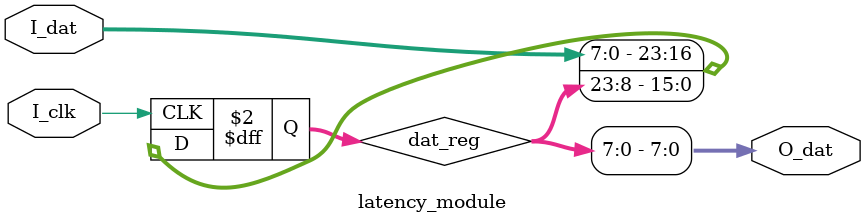
<source format=v>


//  COPYRIGHT        :  COBB.PENG 
//  URL              :  www..com
//  TEMPLATE VERSION :  V00
//
//
//  FileName         :   
//  ModuleName       :   
//  HardWare Version :   
//  Software Version :   
//  Verilog  Version :  verilog 2001 
//  Target Devices   :   
//  Description      :      
//
//   ____________________________________________________
//  |          |           |   
//  | Version  |  Designer |  Update 
//  |----------|-----------|-----------------------------
//  |  00      |  CobbPeng | File Created. 
//  |----------|-----------|-----------------------------
//  |          |           | 
// ------------------------------------------------------------



module  latency_module #(
parameter 		DATA_WIDTH 			= 8	, 	
parameter 		LATENCY_VECTOR  	= 3     
)(
input 							I_clk   ,
input 	[DATA_WIDTH-1:0]		I_dat 	,
output 	[DATA_WIDTH-1:0]		O_dat 
);
// **********************************************************************
reg [LATENCY_VECTOR*DATA_WIDTH-1:0] dat_reg ;
always @(posedge I_clk) 	
	dat_reg <= {I_dat,dat_reg[LATENCY_VECTOR*DATA_WIDTH-1:DATA_WIDTH]};
assign 	O_dat = dat_reg[DATA_WIDTH-1:0] ;
endmodule 



/*

latency_module #(
		.DATA_WIDTH 			(VIDEO_DATA_WIDTH	), 	//输入数据位宽	
		.LATENCY_VECTOR  		(3										)   
)latency_pr1(
		.I_clk   				(I_clk									),
		.I_dat 					(mult_dat[24]							),
		.O_dat 					(mult_r1								)
);	



*/


</source>
